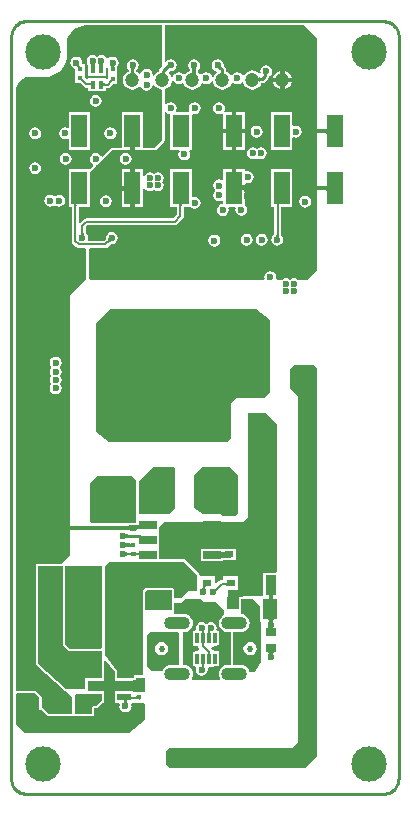
<source format=gtl>
%FSTAX23Y23*%
%MOIN*%
%SFA1B1*%

%IPPOS*%
%ADD13C,0.010000*%
%ADD27R,0.015750X0.027560*%
%ADD28R,0.037400X0.066930*%
%ADD41C,0.047240*%
%ADD64C,0.006690*%
%ADD65R,0.055000X0.090000*%
%ADD66R,0.224020X0.243310*%
%ADD67R,0.055120X0.109650*%
%ADD68R,0.045280X0.023620*%
%ADD69R,0.059060X0.025590*%
%ADD70R,0.044090X0.067720*%
%ADD71R,0.051180X0.070870*%
%ADD72R,0.037400X0.031500*%
%ADD73R,0.027560X0.023620*%
%ADD74R,0.027560X0.039370*%
%ADD75R,0.070870X0.295280*%
%ADD76R,0.120080X0.122050*%
%ADD77R,0.011810X0.034250*%
%ADD78R,0.088580X0.061020*%
%ADD79R,0.046460X0.138580*%
%ADD80R,0.029530X0.037010*%
%ADD81R,0.124020X0.070870*%
%ADD82R,0.039370X0.035430*%
%ADD83R,0.022050X0.020470*%
%ADD84R,0.020470X0.022050*%
%ADD85R,0.017720X0.017720*%
%ADD86R,0.017720X0.017720*%
%ADD87C,0.019680*%
%ADD88C,0.011810*%
%ADD89C,0.006300*%
%ADD90C,0.020470*%
%ADD91O,0.086610X0.043310*%
%ADD92C,0.118110*%
%ADD93C,0.035430*%
%ADD94C,0.023620*%
%ADD95C,0.039370*%
%LNnas-craftsman_nixie_v1-1*%
%LPD*%
G36*
X16829Y02482D02*
X16828Y02482D01*
X16827Y02482*
X16826Y02482*
X16826Y02482*
X16825Y02482*
X16824Y02482*
X16823Y02481*
X16822Y02481*
X16821Y0248*
X1682Y02479*
X16814Y02487*
X16815Y02488*
X1682Y02494*
X16821Y02495*
X16822Y02497*
X16822Y02497*
X16829Y02482*
G37*
G36*
X17002Y02492D02*
X17002Y02491D01*
X17002Y0249*
X17002Y02489*
X17003Y02488*
X17003Y02487*
X17004Y02486*
X17004Y02486*
X17005Y02485*
X17006Y02484*
X16999Y02477*
X16998Y02478*
X16997Y02478*
X16996Y02479*
X16995Y0248*
X16994Y0248*
X16993Y0248*
X16993Y02481*
X16992Y02481*
X16991Y02481*
X1699Y02481*
X17002Y02493*
X17002Y02492*
G37*
G36*
X16813Y02472D02*
X16813Y02468D01*
X16813Y02467*
X16813Y02467*
X16813Y02467*
X16814Y02466*
X16814Y02466*
X16801Y02467*
X16802Y02467*
X16802Y02467*
X16802Y02468*
X16802Y02468*
X16802Y02469*
X16802Y02469*
X16803Y02471*
X16803Y02473*
X16813*
X16813Y02472*
G37*
G36*
X17011Y02475D02*
X17012Y02472D01*
X17012Y0247*
X17012Y02469*
X17013Y02468*
X17013Y02467*
X17014Y02467*
X17014Y02466*
X17015Y02466*
X16997*
X16998Y02466*
X16999Y02467*
X16999Y02467*
X17Y02468*
X17Y02469*
X17001Y0247*
X17001Y02472*
X17001Y02473*
X17001Y02475*
X17001Y02476*
X17011*
X17011Y02475*
G37*
G36*
X16715Y02484D02*
X16714Y02483D01*
X16713Y02483*
X16713Y02482*
X16713Y02481*
X16712Y0248*
X16712Y02479*
X16712Y02478*
X16711Y02477*
X16711Y02476*
X16711Y02476*
X16711Y02475*
X16711Y02473*
X16712Y02472*
X16712Y0247*
X16713Y02469*
X16713Y02468*
X16714Y02467*
X16714Y02466*
X16715Y02466*
X16716Y02465*
X16696*
X16697Y02466*
X16698Y02466*
X16699Y02467*
X16699Y02468*
X167Y02469*
X167Y0247*
X16701Y02472*
X16701Y02473*
X16701Y02475*
X16701Y02476*
X16701Y02477*
X16701Y02478*
X16701Y02479*
X16701Y0248*
X16701Y02481*
X167Y02482*
X167Y02483*
X16699Y02484*
X16699Y02484*
X16698Y02485*
X16715Y02484*
G37*
G36*
X16919Y02484D02*
X16919Y02483D01*
X16918Y02483*
X16918Y02482*
X16917Y02481*
X16917Y0248*
X16916Y02479*
X16916Y02478*
X16916Y02477*
X16916Y02476*
X16916Y02475*
X16916Y02474*
X16916Y02472*
X16916Y0247*
X16917Y02469*
X16917Y02468*
X16917Y02466*
X16918Y02465*
X16919Y02464*
X16919Y02463*
X1692Y02463*
X16901Y02467*
X16902Y02467*
X16903Y02468*
X16903Y02468*
X16904Y02469*
X16905Y0247*
X16905Y02471*
X16905Y02472*
X16906Y02474*
X16906Y02476*
X16906Y02476*
X16906Y02477*
X16906Y02478*
X16906Y02479*
X16905Y0248*
X16905Y02481*
X16905Y02482*
X16904Y02483*
X16904Y02483*
X16903Y02484*
X16903Y02485*
X16919Y02484*
G37*
G36*
X16805Y02489D02*
X16798Y02483D01*
X16796Y02479*
X16795Y02473*
Y02473*
X1679Y02471*
X16784Y02466*
X16779Y0246*
X16778Y02459*
X16774Y0246*
X16774Y02462*
X16772Y0247*
X16768Y02476*
X16762Y02481*
X16754Y02482*
X16746Y02481*
X1674Y02476*
X16735Y0247*
X16735Y02467*
X16729Y02465*
X16729Y02466*
X16722Y02471*
X16719Y02472*
Y02477*
X16721Y02479*
X16726Y02485*
X16727Y02493*
X16726Y02501*
X16721Y02507*
X16715Y02511*
X16707Y02513*
X16699Y02511*
X16693Y02507*
X16688Y02501*
X16687Y02493*
X16688Y02485*
X16693Y02479*
X16693Y02478*
Y02472*
X1669Y02471*
X16684Y02466*
X16679Y0246*
X16676Y02452*
X16674Y02444*
X16676Y02436*
X16679Y02428*
X16684Y02421*
X1669Y02416*
X16698Y02413*
X16706Y02412*
X16714Y02413*
X16722Y02416*
X16729Y02421*
X1673Y02423*
X16735Y02422*
X16735Y02422*
X1674Y02415*
X16746Y02411*
X16754Y02409*
X16762Y02411*
X16768Y02415*
X16772Y02422*
X16774Y02427*
X16778Y02428*
X16779Y02428*
X16784Y02421*
X1679Y02416*
X16798Y02413*
X16805Y02412*
Y02243*
X16779Y02218*
X16741*
Y02336*
X16671*
Y02218*
X16636*
X16607Y02189*
X16601Y02191*
X16598Y02195*
X16591Y022*
X16584Y02201*
X16576Y022*
X1657Y02195*
X16565Y02189*
X16564Y02181*
X16565Y02173*
X1657Y02167*
X16574Y02164*
X16576Y02158*
X16564Y02146*
X16493*
Y02021*
X16504*
Y01907*
X16505Y01902*
X16508Y01899*
X16519Y01887*
X16523Y01885*
X16527Y01884*
X16549*
X16552Y01881*
Y01781*
X16499Y01727*
Y0086*
X16471Y00832*
X16392*
X16389Y00832*
X16387Y00831*
X16384*
Y00825*
X16384Y00824*
X16384Y00499*
X16384Y00499*
X16384Y00499*
X16384Y00498*
Y00497*
X16384Y00497*
X16384Y00496*
X16384Y00496*
X16384Y00496*
X16385Y00494*
X16386Y00493*
X16386Y00493*
X16386Y00493*
X1648Y00408*
X16481Y00407*
X16482Y00407*
X16505Y00386*
Y00332*
X16426*
X16405Y00353*
X16404Y00388*
X16384Y00408*
X16321*
X16317Y00411*
X16317Y02317*
X16318Y02317*
Y0241*
X16318Y02414*
X1632Y02423*
X16323Y02431*
X16328Y02438*
X16335Y02445*
X16342Y02449*
X1635Y02453*
X16359Y02455*
X16363Y02455*
X16423*
X16436Y02458*
X16449Y02463*
X16461Y02471*
X16471Y02481*
X16479Y02492*
X16484Y02505*
X16487Y02519*
Y02526*
Y02565*
X16487Y02571*
X16489Y02582*
X16494Y02593*
X165Y02602*
X16508Y02611*
X16518Y02617*
X16529Y02622*
X1654Y02624*
X16546Y02624*
Y02626*
X16805*
Y02489*
G37*
G36*
X17128Y02454D02*
X17128Y02454D01*
X17129Y02453*
X1713Y02453*
X17131Y02453*
X17132Y02452*
X17133Y02452*
X17134Y02452*
X17138Y02452*
Y02442*
X17136Y02442*
X17134Y02442*
X17133Y02441*
X17132Y02441*
X17131Y02441*
X1713Y0244*
X1713Y0244*
X1713Y02439*
X17129Y02439*
X17127Y02455*
X17128Y02454*
G37*
G36*
X17322Y02585D02*
Y0209D01*
X17321Y01807*
X17288Y01779*
X17258*
X17252Y01783*
X17245Y01784*
X17237Y01783*
X17232Y01779*
X17226Y01783*
X17219Y01784*
X17211Y01783*
X17205Y01779*
X17189*
X17185Y01783*
X17186Y01786*
X17185Y01794*
X1718Y018*
X17174Y01804*
X17166Y01806*
X17158Y01804*
X17152Y018*
X17147Y01794*
X17146Y01786*
X17147Y01783*
X17143Y01779*
X16565*
X1656Y01784*
Y01881*
X16565Y01884*
X16615*
X1662Y01885*
X16623Y01887*
X16634Y01898*
X16637Y01897*
X16645Y01899*
X16651Y01903*
X16656Y0191*
X16657Y01917*
X16656Y01925*
X16651Y01932*
X16645Y01936*
X16637Y01937*
X16629Y01936*
X16623Y01932*
X16619Y01925*
X16617Y01917*
X16618Y01914*
X1661Y01907*
X16561*
X16558Y01912*
X16559Y01917*
X16557Y01925*
X16553Y01932*
X1655Y01933*
Y01955*
X16556Y0196*
X16847*
X16852Y01961*
X16855Y01964*
X16874Y01983*
X16877Y01986*
X16878Y01991*
Y02022*
X16898*
X16899Y02021*
X16906Y02016*
X16913Y02015*
X16921Y02016*
X16928Y02021*
X16932Y02027*
X16934Y02035*
X16932Y02043*
X16928Y02049*
X16921Y02054*
X16913Y02055*
X16908Y02054*
X16903Y02057*
Y02147*
X16832*
Y02022*
X16855*
Y01996*
X16842Y01983*
X16551*
X16547Y01982*
X16543Y0198*
X16532Y01969*
X16527Y01971*
Y02021*
X16564*
Y02138*
X16567Y02139*
X16569Y0214*
X16581Y02152*
X16582Y02153*
X16582Y02154*
X16583Y02154*
X16583Y02155*
X16583Y02156*
X16584Y02157*
X16584Y02158*
X16584Y02158*
X16584Y0216*
X16588Y02162*
X16591Y02163*
X16598Y02167*
X16602Y02173*
X16603Y02177*
X16604Y02178*
X16607Y02181*
X16607Y02181*
X16608Y02181*
X16609Y02182*
X1661Y02182*
X16611Y02182*
X16611Y02182*
X16612Y02183*
X16613Y02184*
X16639Y0221*
X16671*
X16671Y0221*
X16698*
Y02273*
X16714*
Y0221*
X16741*
X16741Y0221*
X16779*
X16782Y02211*
X16785Y02212*
X1681Y02238*
X16812Y0224*
X16813Y02243*
Y02337*
X16818Y02338*
X16819Y02336*
X16825Y02332*
X16832Y02331*
Y02212*
X1686*
X16863Y02207*
X16861Y02204*
X16859Y02196*
X16861Y02189*
X16865Y02182*
X16872Y02178*
X16879Y02176*
X16887Y02178*
X16894Y02182*
X16898Y02189*
X16899Y02196*
X16898Y02204*
X16896Y02207*
X16899Y02212*
X16903*
Y02328*
X16908Y02332*
X16913Y02331*
X16921Y02332*
X16927Y02336*
X16932Y02343*
X16933Y02351*
X16932Y02358*
X16927Y02365*
X16921Y02369*
X16913Y02371*
X16906Y02369*
X16899Y02365*
X16895Y02358*
X16893Y02351*
X16895Y02343*
X16896Y02341*
X16893Y02337*
X16853*
X1685Y02341*
X16852Y02343*
X16853Y02351*
X16852Y02358*
X16847Y02365*
X16841Y02369*
X16833Y02371*
X16825Y02369*
X16819Y02365*
X16818Y02363*
X16813Y02364*
Y02412*
X16813Y02413*
X16814Y02413*
X16822Y02416*
X16829Y02421*
X16834Y02428*
X16837Y02436*
X16838Y0244*
X16843Y02441*
X16846Y02436*
X16853Y02432*
X1686Y0243*
X16868Y02432*
X16871Y02434*
X16877Y02432*
X16879Y02428*
X16884Y02421*
X1689Y02416*
X16898Y02413*
X16906Y02412*
X16914Y02413*
X16922Y02416*
X16929Y02421*
X16934Y02428*
X16935Y02432*
X16942Y02434*
X16945Y02432*
X16952Y0243*
X1696Y02432*
X16967Y02436*
X1697Y02441*
X16975Y0244*
X16976Y02436*
X16979Y02428*
X16984Y02421*
X1699Y02416*
X16998Y02413*
X17006Y02412*
X17014Y02413*
X17022Y02416*
X17029Y02421*
X17034Y02428*
X17037Y02435*
X17041Y02437*
X17042Y02437*
X17042Y02436*
X17048Y02432*
X17056Y0243*
X17064Y02432*
X1707Y02436*
X1707Y02436*
X17075Y02436*
X17076Y02435*
X17079Y02428*
X17084Y02421*
X1709Y02416*
X17098Y02413*
X17106Y02412*
X17114Y02413*
X17122Y02416*
X17129Y02421*
X17134Y02428*
X17136Y02434*
X17138*
X17143Y02435*
X17147Y02438*
X17159Y02449*
X17162Y02453*
X17162Y02456*
X17166Y02459*
X17171Y02465*
X17172Y02473*
X17171Y0248*
X17166Y02487*
X1716Y02491*
X17152Y02493*
X17144Y02491*
X17138Y02487*
X17133Y0248*
X17132Y02473*
X17133Y02469*
X1713Y02467*
X17128Y02467*
X17122Y02471*
X17114Y02474*
X17106Y02476*
X17098Y02474*
X1709Y02471*
X17084Y02466*
X17079Y0246*
X17077Y0246*
X17073Y0246*
X1707Y02465*
X17064Y02469*
X17056Y0247*
X17048Y02469*
X17042Y02465*
X17039Y0246*
X17036Y0246*
X17033Y0246*
X17029Y02466*
X17022Y02471*
X17019Y02472*
Y02476*
X17018Y02481*
X17016Y02486*
X1701Y02492*
X1701Y02493*
X17008Y02501*
X17004Y02507*
X16997Y02511*
X1699Y02513*
X16982Y02511*
X16975Y02507*
X16971Y02501*
X1697Y02493*
X16971Y02485*
X16975Y02479*
X16982Y02474*
X16985Y02474*
X16987Y02468*
X16984Y02466*
X16979Y0246*
X16977Y02455*
X16971Y02455*
X16971Y02458*
X16967Y02465*
X1696Y02469*
X16952Y0247*
X16945Y02469*
X16938Y02465*
X16937Y02463*
X16931Y02463*
X16929Y02466*
X16924Y0247*
Y02477*
X16926Y02479*
X1693Y02485*
X16932Y02493*
X1693Y02501*
X16926Y02507*
X16919Y02511*
X16912Y02513*
X16904Y02511*
X16897Y02507*
X16893Y02501*
X16892Y02493*
X16893Y02485*
X16897Y02479*
X16896Y02474*
X1689Y02471*
X16884Y02466*
X16881Y02463*
X16875Y02463*
X16875Y02465*
X16868Y02469*
X1686Y0247*
X16853Y02469*
X16846Y02465*
X16842Y02458*
X16841Y02455*
X16836Y02454*
X16834Y0246*
X16829Y02466*
X16829Y02472*
X16831Y02473*
X16833Y02473*
X16841Y02474*
X16848Y02479*
X16852Y02485*
X16854Y02493*
X16852Y02501*
X16848Y02507*
X16841Y02511*
X16833Y02513*
X16826Y02511*
X16819Y02507*
X16818Y02505*
X16813Y02506*
Y02626*
X16818*
X17277*
X17322Y02585*
G37*
G36*
X17353Y02261D02*
X17353Y02262D01*
X17353Y02263*
X17352Y02264*
X17351Y02265*
X1735Y02266*
X17349Y02266*
X17347Y02267*
X17346Y02267*
X17344Y02267*
X17341Y02267*
Y02279*
X17344Y02279*
X17346Y02279*
X17347Y0228*
X17349Y0228*
X1735Y0228*
X17351Y02281*
X17352Y02282*
X17353Y02283*
X17353Y02284*
X17353Y02285*
Y02261*
G37*
G36*
Y02071D02*
X17353Y02072D01*
X17353Y02073*
X17352Y02074*
X17351Y02075*
X1735Y02076*
X17349Y02076*
X17347Y02077*
X17346Y02077*
X17344Y02077*
X17341Y02077*
Y02089*
X17344Y02089*
X17346Y02089*
X17347Y0209*
X17349Y0209*
X1735Y02091*
X17351Y02091*
X17352Y02092*
X17353Y02093*
X17353Y02094*
X17353Y02095*
Y02071*
G37*
G36*
X16872Y0203D02*
X16872Y0203D01*
X16871Y02029*
X16871Y02029*
X1687Y02028*
X1687Y02028*
X1687Y02027*
X1687Y02026*
X1687Y02025*
X1687Y02023*
X16863*
X16863Y02025*
X16863Y02026*
X16863Y02027*
X16862Y02028*
X16862Y02028*
X16862Y02029*
X16861Y02029*
X16861Y0203*
X1686Y0203*
X1686Y0203*
X16873*
X16872Y0203*
G37*
G36*
X16522Y02029D02*
X16521Y02028D01*
X16521Y02028*
X1652Y02028*
X1652Y02027*
X1652Y02026*
X16519Y02025*
X16519Y02024*
X16519Y02023*
X16519Y02022*
X16512*
X16512Y02023*
X16512Y02024*
X16512Y02025*
X16512Y02026*
X16512Y02027*
X16511Y02028*
X16511Y02028*
X1651Y02028*
X1651Y02029*
X16509Y02029*
X16522*
X16522Y02029*
G37*
G36*
X16542Y01935D02*
X16542Y01934D01*
X16543Y01933*
X16543Y01932*
X16543Y01931*
X16544Y0193*
X16545Y01929*
X16545Y01928*
X16546Y01927*
X16547Y01926*
X16531*
X16531Y01927*
X16532Y01928*
X16533Y01929*
X16534Y0193*
X16534Y01931*
X16535Y01932*
X16535Y01933*
X16535Y01934*
X16535Y01935*
X16535Y01936*
X16542*
X16542Y01935*
G37*
G36*
X16637Y01906D02*
X16636Y01906D01*
X16634Y01905*
X16633Y01905*
X16632Y01905*
X16631Y01905*
X1663Y01904*
X16629Y01904*
X16628Y01903*
X16627Y01903*
X16626Y01902*
X16622Y01907*
X16622Y01908*
X16623Y01908*
X16624Y01909*
X16624Y0191*
X16624Y01911*
X16625Y01912*
X16625Y01913*
X16625Y01915*
X16625Y01916*
X16625Y01917*
X16637Y01906*
G37*
G36*
X17164Y01645D02*
Y01403D01*
X17148Y01385*
X17054*
X17036Y01367*
Y0125*
X17026Y01239*
X16628*
X16586Y01272*
Y01634*
X16634Y01682*
X17119*
X17164Y01645*
G37*
G36*
X16849Y01149D02*
Y01019D01*
X16827Y00998*
X16732*
X16729Y01001*
X16729Y01002*
X16729Y01108*
X16774Y01153*
X16844*
X16849Y01149*
G37*
G36*
X17057Y01128D02*
Y01002D01*
X17047Y00992*
X17006*
X17Y00998*
X16941*
X16912Y01019*
Y01126*
X16939Y01153*
X17031Y01153*
X17057Y01128*
G37*
G36*
X16703Y01123D02*
X16719Y01107D01*
X16719Y00969*
X16567Y00969*
X16563Y00973*
Y01099*
X16587Y01123*
X16703*
G37*
G36*
X16729Y0096D02*
X1673Y0096D01*
Y00948*
X16727Y00948*
X16725Y00947*
X16724Y00947*
X16722Y00947*
X16721Y00946*
X1672Y00946*
X16719Y00945*
X16718Y00944*
X16718Y00943*
X16718Y00942*
X16718Y00948*
X16717*
Y0096*
X16718Y0096*
X16718Y00961*
X16718Y00961*
X16718Y00961*
X16719Y0096*
X1672Y0096*
X16721Y0096*
X16722Y0096*
X16723Y0096*
X16725Y0096*
X16726Y00961*
X16727Y00962*
X16728Y00962*
X16729Y00963*
X16729Y00964*
X16729Y00965*
X16729Y0096*
G37*
G36*
X16698Y00941D02*
X16698Y00942D01*
X16697Y00943*
X16697Y00944*
X16696Y00944*
X16695Y00945*
X16693Y00945*
X16692Y00946*
X1669Y00946*
X16688Y00946*
X16686Y00946*
Y00958*
X16688Y00958*
X16693Y00959*
X16695Y00959*
X16696Y00959*
X16696Y0096*
X16697Y0096*
X16697Y00961*
X16698Y00961*
X16698Y00941*
G37*
G36*
X16684Y00933D02*
X16684Y00932D01*
X16685Y00932*
X16686Y00931*
X16687Y00931*
X16688Y0093*
X16689Y0093*
X1669Y0093*
X16691Y0093*
X16692Y0093*
Y0092*
X16691Y0092*
X1669Y0092*
X16689Y0092*
X16688Y00919*
X16687Y00919*
X16686Y00919*
X16685Y00918*
X16684Y00918*
X16684Y00917*
X16683Y00917*
Y00933*
X16684Y00933*
G37*
G36*
X16699Y00887D02*
X16699Y00887D01*
X16699Y00888*
X16698Y00889*
X16697Y00889*
X16696Y00889*
X16695Y0089*
X16694Y0089*
X16693Y0089*
X16691Y0089*
X1669Y0089*
X16689Y0089*
X16688Y0089*
X16687Y0089*
X16686Y00889*
X16685Y00889*
X16684Y00888*
X16684Y00888*
X16683Y00887*
X16683Y00904*
X16683Y00903*
X16684Y00902*
X16685Y00902*
X16686Y00902*
X16687Y00901*
X16688Y00901*
X16689Y00901*
X1669Y009*
X16691Y009*
X16694Y00901*
X16695Y00901*
X16696Y00901*
X16697Y00902*
X16698Y00902*
X16699Y00903*
X16699Y00903*
X16699Y00904*
Y00887*
G37*
G36*
X16729Y00858D02*
X16729Y00858D01*
X16729Y00859*
X16728Y0086*
X16728Y0086*
X16727Y0086*
X16727Y00861*
X16726Y00861*
X16725Y00861*
X16724Y00861*
X16723Y00861*
X16722Y00861*
X16721Y00861*
X1672Y00861*
X16719Y00861*
X16718Y0086*
X16717Y0086*
X16717Y0086*
X16717Y00859*
X16716Y00858*
X16716Y00858*
Y00871*
X16716Y00871*
X16717Y0087*
X16717Y0087*
X16717Y00869*
X16718Y00869*
X16719Y00868*
X1672Y00868*
X16721Y00868*
X16722Y00868*
X16723Y00868*
X16724Y00868*
X16725Y00868*
X16726Y00868*
X16727Y00868*
X16727Y00869*
X16728Y00869*
X16728Y0087*
X16729Y0087*
X16729Y00871*
X16729Y00871*
Y00858*
G37*
G36*
X16684Y00872D02*
X16687Y0087D01*
X16688Y0087*
X16689Y00869*
X1669Y00869*
X16691Y00868*
X16692Y00868*
X16693Y00868*
X16693Y00868*
X16694Y00868*
X16695Y00868*
X16696Y00868*
X16697Y00868*
X16697Y00869*
X16698Y00869*
X16698Y0087*
X16699Y0087*
X16699Y00871*
X16699Y00871*
Y00858*
X16699Y00858*
X16699Y00859*
X16698Y0086*
X16698Y0086*
X16697Y0086*
X16697Y00861*
X16696Y00861*
X16695Y00861*
X16694Y00861*
X16693Y00861*
X16692Y00861*
X16691Y00861*
X1669Y0086*
X16689Y0086*
X16689Y00859*
X16688Y00859*
X16687Y00858*
X16686Y00857*
X16685Y00856*
X16683Y00872*
X16684Y00872*
G37*
G36*
X1702Y00757D02*
X1702Y00758D01*
X1702Y00758*
X17019Y00759*
X17019Y00759*
X17018Y00759*
X17018Y0076*
X17017Y0076*
X17016Y0076*
X17015Y0076*
X17014Y0076*
Y00766*
X17015Y00766*
X17016Y00766*
X17017Y00767*
X17018Y00767*
X17018Y00767*
X17019Y00768*
X17019Y00768*
X1702Y00768*
X1702Y00769*
X1702Y0077*
Y00757*
G37*
G36*
X16951Y00756D02*
X1695Y00756D01*
X1695Y00756*
X1695Y00755*
X16949Y00755*
X16949Y00754*
X16949Y00753*
X16949Y00753*
X16949Y00752*
X16949Y00751*
X16949Y00749*
X1695Y00747*
X16951Y00746*
X16952Y00743*
X16936Y00748*
X16938Y00748*
X16938Y00749*
X16939Y0075*
X1694Y00751*
X16941Y00751*
X16941Y00752*
X16942Y00753*
X16942Y00754*
X16942Y00754*
X16942Y00755*
X16942Y00755*
X16942Y00756*
X16942Y00756*
X16941Y00756*
X16941Y00756*
X16952Y00756*
X16951Y00756*
G37*
G36*
X16921Y00795D02*
Y00741D01*
X1689*
X16867Y00718*
X16845*
Y00747*
X16841Y00751*
X16749*
X1674Y0074*
Y0046*
X16711*
Y00454*
X16708Y0045*
X16657Y00451*
X16655Y00475*
X16613Y00528*
Y00824*
X16628Y00839*
X16877*
X16921Y00795*
G37*
G36*
X17174Y00725D02*
X17174Y00722D01*
X17174Y00721*
X17175Y0072*
X17175Y00719*
X17176Y00718*
X17176Y00718*
X17177Y00717*
X17178Y00717*
X17158*
X17159Y00717*
X1716Y00718*
X1716Y00718*
X17161Y00719*
X17161Y0072*
X17161Y00721*
X17162Y00722*
X17162Y00724*
X17162Y00725*
X17162Y00727*
X17174*
X17174Y00725*
G37*
G36*
X17151Y01334D02*
X17187Y01297D01*
X17189Y00806*
X17186Y00802*
X17141*
Y00725*
X17131*
Y00725*
X17075*
X17071Y00721*
X17062*
Y00685*
X17058Y00682*
X17022Y00683*
X17023Y00744*
X17059*
Y00792*
X17008*
Y00778*
X17003*
X16997Y00777*
X16993Y00774*
X16985Y00767*
X1698Y00768*
Y00792*
X16933*
X1693Y00795*
X16929Y00798*
X16927Y008*
X16883Y00845*
X1688Y00846*
X16877Y00847*
X16796*
X16796Y00954*
X16814Y00972*
X17076*
X17092Y00988*
Y01334*
X17151*
G37*
G36*
X16837Y0068D02*
X16833Y00677D01*
X16748*
X16748Y00681*
Y00737*
X16753Y00743*
X16837*
X16837Y0068*
G37*
G36*
X17179Y00647D02*
X17178Y00646D01*
X17177Y00646*
X17176Y00645*
X17175Y00644*
X17175Y00643*
X17174Y00641*
X17174Y00641*
X17174Y0064*
X17175Y00639*
X17175Y00639*
X17175Y00638*
X17176Y00637*
X17176Y00637*
X17174*
X17174Y00635*
X17162*
X17162Y00637*
X1716*
X1716Y00637*
X17161Y00638*
X17161Y00639*
X17161Y00639*
X17161Y0064*
X17162Y00641*
X17161Y00641*
X17161Y00643*
X17161Y00644*
X1716Y00645*
X17159Y00646*
X17158Y00646*
X17157Y00647*
X17156Y00647*
X1718*
X17179Y00647*
G37*
G36*
X17174Y00627D02*
X17174Y00623D01*
X17174Y00622*
X17175Y00621*
X17175Y0062*
X17175Y0062*
X17176*
X17176Y0062*
Y0062*
X17176Y00619*
X17176Y00619*
X17177Y00619*
X17178Y00618*
X17175*
X17175Y00618*
X17175Y00617*
X17174Y00617*
X17174Y00616*
X17174Y00615*
X17174Y00614*
X17174Y00611*
X17162*
X17162Y00612*
X17162Y00615*
X17162Y00616*
X17161Y00617*
X17161Y00617*
X17161Y00618*
X17161Y00618*
X17158*
X17159Y00619*
X17159Y00619*
X1716Y00619*
X1716Y0062*
X1716Y0062*
X1716Y0062*
X17161*
X17161Y0062*
X17161Y00621*
X17161Y00622*
X17162Y00623*
X17162Y00625*
X17162Y00627*
X17162Y00628*
X17174*
X17174Y00627*
G37*
G36*
X16604Y00554D02*
X16599Y00549D01*
X16499*
X16482Y00562*
Y00823*
X16604*
Y00554*
G37*
G36*
X17174Y00538D02*
X17174Y00536D01*
X1718*
X17179Y00536*
X17178Y00536*
X17177Y00535*
X17176Y00534*
X17175Y00533*
X17175Y00532*
X17175Y00532*
X17176Y00531*
X17176Y00531*
X17174*
X17174Y0053*
X17174Y00529*
X17174Y00527*
X17174Y00524*
X17162*
X17162Y00527*
X17162Y00529*
X17161Y0053*
X17161Y00531*
X1716*
X1716Y00531*
X17161Y00532*
X17161Y00532*
X17161Y00533*
X1716Y00534*
X17159Y00535*
X17158Y00536*
X17157Y00536*
X17156Y00536*
X17162*
X17162Y00537*
X17162Y0054*
X17174*
X17174Y00538*
G37*
G36*
X16857Y00603D02*
X16861Y006D01*
Y00494*
X16835*
X16827Y00493*
X1682Y0049*
X16814Y00486*
X16809Y00479*
X16807Y00474*
X1677*
X16756Y00491*
Y00594*
X16765Y00603*
X16857*
G37*
G36*
X17109Y00713D02*
X17131Y00691D01*
Y00639*
X17135*
Y00505*
X17113Y00471*
X17096Y00471*
X17096Y00472*
X17093Y00479*
X17088Y00486*
X17082Y0049*
X17075Y00493*
X17067Y00494*
X17042*
Y00549*
X17042Y0055*
X17042Y00552*
Y00604*
X17067*
X17075Y00605*
X17082Y00608*
X17088Y00613*
X17093Y00619*
X17096Y00626*
X17097Y00634*
X17096Y00641*
X17093Y00649*
X17088Y00655*
X17082Y0066*
X17075Y00663*
X17068Y00663*
Y00681*
X17069Y00682*
X17069Y00682*
X17069Y00682*
X17069Y00683*
X1707Y00685*
X1707Y00685*
X1707Y00685*
Y00709*
X1707Y0071*
X17075Y00713*
X17109*
G37*
G36*
X16941Y00705D02*
X16986D01*
X17012Y00676*
Y00673*
X17012*
Y00661*
X17009Y0066*
X17003Y00655*
X16998Y00649*
X16995Y00641*
X16994Y00634*
X16995Y00626*
X16998Y00619*
X17003Y00613*
X17009Y00608*
X17016Y00605*
X17024Y00604*
X17034*
Y00494*
X17024*
X17016Y00493*
X17009Y0049*
X17003Y00486*
X16998Y00479*
X16995Y00472*
X16994Y00464*
X16995Y00457*
X16998Y0045*
X16998Y00449*
X16996Y00445*
X16906*
X16904Y00449*
X16904Y0045*
X16907Y00457*
X16908Y00464*
X16907Y00472*
X16904Y00479*
X16899Y00486*
X16893Y0049*
X16886Y00493*
X16878Y00494*
X16875*
Y00603*
X16879Y00604*
X16886Y00605*
X16893Y00608*
X16899Y00613*
X16904Y00619*
X16907Y00626*
X16908Y00634*
X16907Y00641*
X16904Y00649*
X16899Y00655*
X16893Y0066*
X16886Y00663*
X16878Y00664*
X16845*
Y00701*
X1687*
X16882Y00713*
X16933*
X16941Y00705*
G37*
G36*
X16474Y00824D02*
Y00558D01*
X16496Y00541*
X16603*
Y0045*
X16549*
Y00414*
X16486*
X16392Y00499*
X16392Y00824*
X16474*
G37*
G36*
X16648Y00472D02*
X16648Y00462D01*
Y00442*
X16709*
Y00443*
X16711Y00443*
X16711Y00443*
X16711*
X16712Y00444*
X16713Y00445*
X16713Y00445*
X16713*
X16717Y00448*
X16717Y00448*
X16717Y00448*
X16718Y00449*
X16719Y00451*
Y00451*
X16719Y00451*
X16719Y00451*
X1674*
X16743Y00452*
X16743Y00452*
X16748Y00451*
X16748Y00448*
Y00406*
X16743Y00403*
X16712*
X16709Y00407*
Y00407*
X16648*
Y00367*
X1666*
X16664Y00362*
X16662Y00357*
X16664Y00349*
X16668Y00342*
X16675Y00338*
X16682Y00337*
X1669Y00338*
X16697Y00342*
X16701Y00349*
X16703Y00357*
X16701Y00362*
X16704Y00367*
X16709*
X16712Y00369*
X16743*
X16745*
X16748Y00365*
Y0031*
X16695Y00268*
X16346*
X16317Y00297*
Y00395*
X16321Y004*
X1638*
X16396Y00384*
X16396Y00373*
Y00343*
X16404*
X1642Y00327*
X16423Y00325*
X16426Y00324*
X16476*
Y00323*
X16515*
X16515Y00323*
X16567*
X1657Y00324*
X16571Y00324*
X16579*
Y00334*
X16579Y00334*
Y00349*
X16579Y0035*
X16585Y0035*
X16585*
X16585*
X16587Y0035*
X16589Y0035*
Y0035*
X16589*
X1659Y00351*
X16591Y00352*
X16606Y00367*
X16611*
Y00375*
X16611Y00375*
Y00399*
X16611Y004*
Y00407*
X16604*
X16603Y00407*
X1656*
X16559Y00408*
X16557Y00412*
X16557Y00414*
Y00442*
X16603*
X16604Y00442*
X16611*
Y00449*
X16611Y0045*
Y00509*
X16616Y00511*
X16648Y00472*
G37*
G36*
X1672Y00389D02*
X16724Y00389D01*
Y00382*
X16724Y00382*
X16724Y00382*
X16723Y00382*
X1672Y00382*
Y00379*
X1672Y00379*
X1672Y0038*
X16719Y0038*
X16719Y00381*
X16718Y00381*
X16717Y00381*
X16717Y00382*
X16716Y00382*
X16714Y00382*
X16713Y00382*
Y00389*
X16714Y00389*
X16716Y00389*
X16717Y00389*
X16717Y00389*
X16718Y00389*
X16719Y0039*
X16719Y0039*
X1672Y00391*
X1672Y00391*
X1672Y00392*
Y00389*
G37*
G36*
X16701Y00391D02*
X16701Y00391D01*
X16702Y0039*
X16702Y0039*
X16703Y00389*
X16704Y00389*
X16705Y00389*
X16706Y00389*
X16707Y00389*
X16708Y00389*
Y00382*
X16707Y00382*
X16706Y00382*
X16705Y00382*
X16704Y00381*
X16703Y00381*
X16702Y00381*
X16702Y0038*
X16701Y0038*
X16701Y00379*
X16701Y00379*
Y00392*
X16701Y00391*
G37*
G36*
X16686Y00379D02*
X16686Y00379D01*
X16686Y00378*
X16686Y00375*
X1669*
X16689Y00375*
X16688Y00375*
X16688Y00375*
X16687Y00374*
X16687Y00374*
X16687Y00373*
X16687Y00372*
X16687Y00372*
X16687Y00371*
X16687Y0037*
X16688Y00369*
X16689Y00368*
X16689Y00367*
X1669Y00366*
X16691Y00365*
X16686Y00365*
X16686Y00361*
X16679*
X16679Y00361*
X16679Y00361*
X1668Y00362*
X1668Y00365*
X16675Y00365*
X16676Y00366*
X16676Y00367*
X16677Y00368*
X16678Y00369*
X16678Y0037*
X16679Y00371*
X16679Y00372*
X16679Y00372*
X16679Y00373*
X16679Y00374*
X16678Y00374*
X16678Y00375*
X16677Y00375*
X16677Y00375*
X16676Y00375*
X16679*
X16679Y00379*
X16686*
X16686Y00379*
G37*
G36*
X16603Y00375D02*
X16585Y00358D01*
X16579Y00358*
X16577*
X16576*
X16571Y00352*
Y00334*
X16567Y00331*
X16515*
Y00394*
X1652Y00399*
X16603*
Y00375*
G37*
G36*
X1732Y0148D02*
Y00192D01*
X17281Y00152*
X16829*
X16818Y00163*
Y00208*
X16827Y00216*
X17238*
X17258Y00237*
X17259Y0139*
X17232Y01413*
Y0148*
X17245Y01493*
X17312*
X1732Y0148*
G37*
%LNnas-craftsman_nixie_v1-2*%
%LPC*%
G36*
X16602Y02527D02*
X16594Y02526D01*
X16588Y02522*
X16583Y02524*
X16581Y02526*
X16573Y02527*
X16566Y02526*
X16559Y02521*
X16555Y02515*
X16553Y02507*
X16555Y02499*
X16558Y02494*
Y02459*
X16617*
Y02485*
X16622Y02488*
X16623Y02487*
Y02449*
X16622Y02449*
X16617Y02451*
X16558*
Y02448*
X16553Y02446*
X16549Y0245*
Y02499*
X16542*
X16539Y02502*
X16538Y02509*
X16533Y02516*
X16527Y0252*
X16519Y02522*
X16511Y0252*
X16505Y02516*
X16501Y02509*
X16499Y02502*
X16501Y02494*
X16505Y02488*
X16511Y02483*
X16515Y02482*
Y02434*
X16533*
X16544Y02422*
X16548Y0242*
X16552Y02419*
X16558*
Y02408*
X16617*
Y02418*
X16624*
X16628Y02419*
X16632Y02421*
X16642Y02432*
X16643Y02432*
X16656*
Y02464*
Y02491*
X16658Y02494*
X1666Y02502*
X16658Y02509*
X16654Y02516*
X16647Y0252*
X1664Y02522*
X16632Y0252*
X16626Y02516*
X16625Y02515*
X1662Y02516*
X16616Y02522*
X1661Y02526*
X16602Y02527*
G37*
G36*
X16584Y02395D02*
X16576Y02393D01*
X1657Y02389*
X16565Y02382*
X16564Y02375*
X16565Y02367*
X1657Y0236*
X16576Y02356*
X16584Y02354*
X16591Y02356*
X16598Y0236*
X16602Y02367*
X16604Y02375*
X16602Y02382*
X16598Y02389*
X16591Y02393*
X16584Y02395*
G37*
G36*
X16564Y02336D02*
X16493D01*
Y02287*
X1649Y02285*
X16488Y02285*
X16481Y02287*
X16473Y02285*
X16467Y02281*
X16463Y02274*
X16461Y02266*
X16463Y02259*
X16467Y02252*
X16473Y02248*
X16481Y02246*
X16488Y02248*
X1649Y02248*
X16493Y02246*
Y0221*
X16564*
Y02336*
G37*
G36*
X16632Y02287D02*
X16625Y02285D01*
X16618Y02281*
X16614Y02274*
X16612Y02266*
X16614Y02259*
X16618Y02252*
X16625Y02248*
X16632Y02246*
X1664Y02248*
X16647Y02252*
X16651Y02259*
X16653Y02266*
X16651Y02274*
X16647Y02281*
X1664Y02285*
X16632Y02287*
G37*
G36*
X16382D02*
X16374Y02285D01*
X16368Y02281*
X16363Y02274*
X16362Y02266*
X16363Y02259*
X16368Y02252*
X16374Y02248*
X16382Y02246*
X16389Y02248*
X16396Y02252*
X164Y02259*
X16402Y02266*
X164Y02274*
X16396Y02281*
X16389Y02285*
X16382Y02287*
G37*
G36*
X16483Y02201D02*
X16475Y022D01*
X16469Y02195*
X16464Y02189*
X16463Y02181*
X16464Y02173*
X16469Y02167*
X16475Y02163*
X16483Y02161*
X1649Y02163*
X16497Y02167*
X16501Y02173*
X16503Y02181*
X16501Y02189*
X16497Y02195*
X1649Y022*
X16483Y02201*
G37*
G36*
X16382Y02171D02*
X16374Y02169D01*
X16368Y02165*
X16363Y02158*
X16362Y02151*
X16363Y02143*
X16368Y02137*
X16374Y02132*
X16382Y02131*
X16389Y02132*
X16396Y02137*
X164Y02143*
X16402Y02151*
X164Y02158*
X16396Y02165*
X16389Y02169*
X16382Y02171*
G37*
G36*
X16461Y02062D02*
X16454Y0206D01*
X1645Y02058*
X16446Y02056*
X16443Y02058*
X16439Y0206*
X16431Y02062*
X16424Y0206*
X16417Y02056*
X16413Y02049*
X16411Y02042*
X16413Y02034*
X16417Y02027*
X16424Y02023*
X16431Y02021*
X16439Y02023*
X16443Y02025*
X16446Y02027*
X1645Y02025*
X16454Y02023*
X16461Y02021*
X16469Y02023*
X16476Y02027*
X1648Y02034*
X16481Y02042*
X1648Y02049*
X16476Y02056*
X16469Y0206*
X16461Y02062*
G37*
G36*
X1645Y01522D02*
X16443Y01521D01*
X16436Y01516*
X16432Y0151*
X1643Y01502*
X16432Y01494*
X16435Y0149*
X16436Y01487*
X16435Y01483*
X16432Y01479*
X1643Y01471*
X16432Y01463*
X16436Y01458*
X16432Y01452*
X1643Y01444*
X16432Y01436*
X16436Y0143*
X16432Y01424*
X1643Y01416*
X16432Y01409*
X16436Y01402*
X16443Y01398*
X1645Y01396*
X16458Y01398*
X16465Y01402*
X16469Y01409*
X1647Y01416*
X16469Y01424*
X16465Y0143*
X16469Y01436*
X1647Y01444*
X16469Y01452*
X16465Y01458*
X16469Y01463*
X1647Y01471*
X16469Y01479*
X16466Y01483*
X16465Y01487*
X16466Y0149*
X16469Y01494*
X1647Y01502*
X16469Y0151*
X16465Y01516*
X16458Y01521*
X1645Y01522*
G37*
G36*
X17214Y02474D02*
Y02452D01*
X17237*
X17237Y02452*
X17234Y0246*
X17229Y02466*
X17222Y02471*
X17214Y02474*
X17214Y02474*
G37*
G36*
X17198D02*
X17198Y02474D01*
X1719Y02471*
X17184Y02466*
X17179Y0246*
X17176Y02452*
X17176Y02452*
X17198*
Y02474*
G37*
G36*
X17237Y02436D02*
X17214D01*
Y02413*
X17214Y02413*
X17222Y02416*
X17229Y02421*
X17234Y02428*
X17237Y02436*
X17237Y02436*
G37*
G36*
X17198D02*
X17176D01*
X17176Y02436*
X17179Y02428*
X17184Y02421*
X1719Y02416*
X17198Y02413*
X17198Y02413*
Y02436*
G37*
G36*
X1708Y02337D02*
X17052D01*
Y02282*
X1708*
Y02337*
G37*
G36*
X16995Y02371D02*
X16987Y02369D01*
X1698Y02365*
X16976Y02358*
X16974Y02351*
X16976Y02343*
X1698Y02336*
X16987Y02332*
X16995Y02331*
X17002Y02332*
X17004Y02333*
X17009Y02331*
Y02282*
X17037*
Y02337*
X17015*
X17012Y02342*
X17013Y02343*
X17015Y02351*
X17013Y02358*
X17009Y02365*
X17002Y02369*
X16995Y02371*
G37*
G36*
X17239Y02336D02*
X17168D01*
Y0221*
X17239*
Y02251*
X17244Y02254*
X1725Y02252*
X17258Y02254*
X17264Y02258*
X17269Y02265*
X1727Y02272*
X17269Y0228*
X17264Y02287*
X17258Y02291*
X1725Y02292*
X17244Y02291*
X17239Y02294*
Y02336*
G37*
G36*
X1712Y02292D02*
X17112Y0229D01*
X17106Y02286*
X17101Y02279*
X171Y02272*
X17101Y02264*
X17106Y02258*
X17112Y02253*
X1712Y02252*
X17127Y02253*
X17134Y02258*
X17138Y02264*
X1714Y02272*
X17138Y02279*
X17134Y02286*
X17127Y0229*
X1712Y02292*
G37*
G36*
X17133Y0222D02*
X17125Y02219D01*
X1712Y02215*
X17115Y02219*
X17107Y0222*
X171Y02219*
X17093Y02214*
X17089Y02208*
X17087Y022*
X17089Y02192*
X17093Y02186*
X171Y02182*
X17107Y0218*
X17115Y02182*
X1712Y02185*
X17125Y02182*
X17133Y0218*
X17141Y02182*
X17147Y02186*
X17152Y02193*
X17153Y022*
X17152Y02208*
X17147Y02214*
X17141Y02219*
X17133Y0222*
G37*
G36*
X1708Y02266D02*
X17052D01*
Y02212*
X1708*
Y02266*
G37*
G36*
X17037D02*
X17009D01*
Y02212*
X17037*
Y02266*
G37*
G36*
X16683Y02201D02*
X16675Y022D01*
X16669Y02195*
X16664Y02189*
X16663Y02181*
X16664Y02173*
X16669Y02167*
X16675Y02163*
X16683Y02161*
X16691Y02163*
X16697Y02167*
X16702Y02173*
X16703Y02181*
X16702Y02189*
X16697Y02195*
X16691Y022*
X16683Y02201*
G37*
G36*
X17037Y02147D02*
X17009D01*
Y02112*
X17005Y0211*
X17003Y02111*
X16995Y02113*
X16988Y02111*
X16981Y02107*
X16977Y021*
X16975Y02092*
X16977Y02085*
X16981Y02078*
Y02074*
X16977Y02068*
X16975Y0206*
X16977Y02052*
X16981Y02046*
X16988Y02041*
X16995Y0204*
X17003Y02041*
X17005Y02042*
X17009Y0204*
Y02033*
X17007Y02031*
X16999Y0203*
X16993Y02025*
X16988Y02019*
X16987Y02011*
X16988Y02003*
X16993Y01997*
X16999Y01992*
X17007Y01991*
X17014Y01992*
X17021Y01997*
X17025Y02003*
X17027Y02011*
X17026Y02017*
X17029Y02022*
X17047*
X1705Y02017*
X17049Y02011*
X17051Y02003*
X17055Y01997*
X17062Y01993*
X17069Y01991*
X17077Y01993*
X17083Y01997*
X17088Y02003*
X17089Y02011*
X17088Y02019*
X17083Y02025*
X1708Y02028*
Y02077*
X17045*
Y02085*
X17037*
Y02147*
G37*
G36*
X1708D02*
X17052D01*
Y02093*
X1708*
Y02099*
X17085Y02102*
X17091Y02101*
X17098Y02102*
X17105Y02107*
X17109Y02113*
X17111Y02121*
X17109Y02129*
X17105Y02135*
X17098Y02139*
X17091Y02141*
X17085Y0214*
X1708Y02143*
Y02147*
G37*
G36*
X16698Y02146D02*
X16671D01*
Y02091*
X16698*
Y02146*
G37*
G36*
X16741D02*
X16714D01*
Y02083*
Y02021*
X16741*
Y02084*
X16743Y02084*
X16746Y02084*
X1675Y02079*
X16757Y02074*
X16765Y02073*
X16772Y02074*
X16777Y02078*
X16783Y02074*
X1679Y02073*
X16798Y02074*
X16805Y02079*
X16809Y02085*
X1681Y02093*
X16809Y02101*
X16806Y02105*
X16809Y02108*
X1681Y02116*
X16809Y02124*
X16805Y0213*
X16798Y02135*
X1679Y02136*
X16783Y02135*
X16777Y02131*
X16772Y02135*
X16765Y02136*
X16757Y02135*
X1675Y0213*
X16746Y02124*
X16743Y02125*
X16741Y02125*
Y02146*
G37*
G36*
X16698Y02075D02*
X16671D01*
Y02021*
X16698*
Y02075*
G37*
G36*
X16617Y0206D02*
X16609Y02058D01*
X16603Y02054*
X16598Y02048*
X16597Y0204*
X16598Y02032*
X16603Y02026*
X16609Y02021*
X16617Y0202*
X16625Y02021*
X16631Y02026*
X16635Y02032*
X16637Y0204*
X16635Y02048*
X16631Y02054*
X16625Y02058*
X16617Y0206*
G37*
G36*
X17281Y02059D02*
X17273Y02058D01*
X17267Y02053*
X17263Y02047*
X17261Y02039*
X17263Y02031*
X17267Y02025*
X17273Y0202*
X17281Y02019*
X17289Y0202*
X17295Y02025*
X173Y02031*
X17301Y02039*
X173Y02047*
X17295Y02053*
X17289Y02058*
X17281Y02059*
G37*
G36*
X17239Y02146D02*
X17168D01*
Y02021*
X17179*
Y01929*
X17174Y01926*
X1717Y01919*
X17168Y01911*
X1717Y01904*
X17174Y01897*
X17181Y01893*
X17188Y01891*
X17196Y01893*
X17202Y01897*
X17207Y01904*
X17208Y01911*
X17207Y01919*
X17202Y01926*
X17202Y01926*
Y02021*
X17239*
Y02146*
G37*
G36*
X17137Y01931D02*
X17129Y0193D01*
X17123Y01926*
X17118Y01919*
X17117Y01911*
X17118Y01904*
X17123Y01897*
X17129Y01893*
X17137Y01891*
X17144Y01893*
X17151Y01897*
X17155Y01904*
X17157Y01911*
X17155Y01919*
X17151Y01926*
X17144Y0193*
X17137Y01931*
G37*
G36*
X17087D02*
X17079Y0193D01*
X17073Y01926*
X17068Y01919*
X17067Y01911*
X17068Y01904*
X17073Y01897*
X17079Y01893*
X17087Y01891*
X17095Y01893*
X17101Y01897*
X17105Y01904*
X17107Y01911*
X17105Y01919*
X17101Y01926*
X17095Y0193*
X17087Y01931*
G37*
G36*
X16979Y01929D02*
X16972Y01927D01*
X16965Y01923*
X16961Y01917*
X16959Y01909*
X16961Y01901*
X16965Y01895*
X16972Y0189*
X16979Y01889*
X16987Y0189*
X16993Y01895*
X16998Y01901*
X16999Y01909*
X16998Y01917*
X16993Y01923*
X16987Y01927*
X16979Y01929*
G37*
G36*
X1705Y00882D02*
X17014D01*
Y0088*
X17008*
Y00881*
X16934*
Y0084*
X17008*
Y00844*
X17014*
Y00844*
X1705*
Y00882*
G37*
G36*
X16803Y00572D02*
X16795Y0057D01*
X16787Y00565*
X16782Y00558*
X16781Y00549*
X16782Y00541*
X16787Y00533*
X16795Y00528*
X16803Y00527*
X16812Y00528*
X16819Y00533*
X16824Y00541*
X16826Y00549*
X16824Y00558*
X16819Y00565*
X16812Y0057*
X16803Y00572*
G37*
G36*
X17098D02*
X1709Y0057D01*
X17083Y00565*
X17078Y00558*
X17076Y00549*
X17078Y00541*
X17083Y00533*
X1709Y00528*
X17098Y00527*
X17107Y00528*
X17114Y00533*
X17119Y00541*
X17121Y00549*
X17119Y00558*
X17114Y00565*
X17107Y0057*
X17098Y00572*
G37*
G36*
X16967Y00638D02*
X1696Y00636D01*
X16953Y00632*
X16951*
X16945Y00636*
X16937Y00638*
X16929Y00636*
X16923Y00632*
X16918Y00625*
X16917Y00618*
X16918Y00613*
X16914Y00608*
X16907*
Y00558*
X16923*
Y00554*
X16926*
X16927Y0055*
X16928Y00549*
X16925Y00544*
X16923*
Y0054*
X16907*
Y0049*
X16915*
X16918Y00485*
X16917Y00479*
X16918Y00471*
X16923Y00465*
X16929Y0046*
X16937Y00459*
X16945Y0046*
X16951Y00465*
X16955Y00471*
X16957Y00479*
X16957Y00481*
X1696Y00486*
X16978*
Y0049*
X16994*
Y0054*
X16978*
Y00544*
X16973*
X16971Y00548*
X16969Y0055*
X16971Y00554*
X16978*
Y00558*
X16994*
Y00608*
X1699*
X16986Y00613*
X16987Y00618*
X16986Y00625*
X16981Y00632*
X16975Y00636*
X16967Y00638*
G37*
%LNnas-craftsman_nixie_v1-3*%
%LPD*%
G36*
X16605Y025D02*
X16605Y02499D01*
X1661Y02499*
X16609Y02498*
X16608Y02497*
X16607Y02496*
X16607Y02495*
X16607Y02495*
X16607Y02494*
X16608Y02494*
X16608Y02494*
X16606*
X16606Y02494*
X16606Y02493*
X16605Y02492*
X16605Y02491*
X16605Y0249*
X16605Y02489*
X16598Y02489*
X16598Y0249*
X16598Y02491*
X16598Y02492*
X16597Y02493*
X16597Y02494*
X16595*
X16596Y02494*
X16596Y02494*
X16597Y02495*
X16597Y02495*
X16597Y02495*
X16596Y02496*
X16595Y02497*
X16594Y02498*
X16593Y02499*
X16598Y02499*
X16598Y025*
X16598Y02501*
X16605*
X16605Y025*
G37*
G36*
X16577D02*
X16577Y02499D01*
X16582Y02499*
X16581Y02498*
X1658Y02496*
X16579Y02495*
X16579Y02495*
X16579Y02495*
X1658Y02494*
X1658Y02494*
X16581Y02494*
X16579*
X16579Y02494*
X16578Y02493*
X16578Y02492*
X16578Y02491*
X16577Y0249*
X16577Y02489*
X16571Y02488*
X16571Y02489*
X1657Y0249*
X1657Y02491*
X1657Y02492*
X16569Y02493*
X16569Y02494*
X16567*
X16568Y02494*
X16569Y02494*
X16569Y02495*
X16568Y02495*
X16567Y02496*
X16567Y02497*
X16566Y02498*
X16571Y02498*
X16571Y02499*
X16571Y025*
X16571Y02501*
X16577*
X16577Y025*
G37*
G36*
X16525Y02496D02*
X16529Y02492D01*
X16531Y02492*
X16532Y02491*
X16533Y02491*
X16534Y0249*
X16534Y02491*
X16535Y02491*
X16523Y02483*
X16524Y02484*
X16524Y02484*
X16524Y02485*
X16524Y02486*
X16524Y02487*
X16523Y02488*
X16522Y02489*
X16521Y0249*
X16519Y02493*
X16523Y02498*
X16525Y02496*
G37*
G36*
X16643Y02495D02*
X16643Y02493D01*
X16643Y02493*
X16648*
X16647Y02492*
X16646Y02491*
X16645Y0249*
X16645Y0249*
X16645Y02489*
X16646Y02489*
X16646Y02489*
X16645*
X16644Y02488*
X16644Y02487*
X16644Y02486*
X16643Y02485*
X16643Y02484*
X16643Y02483*
X16636*
X16636Y02484*
X16636Y02485*
X16636Y02486*
X16636Y02487*
X16635Y02488*
X16635Y02489*
X16633*
X16634Y02489*
X16634Y02489*
X16634Y0249*
X16634Y0249*
X16633Y02491*
X16632Y02492*
X16631Y02493*
X16636*
X16636Y02493*
X16636Y02495*
X16636Y02496*
X16643*
X16643Y02495*
G37*
G36*
X1654Y02451D02*
X1654Y0245D01*
X1654Y02449*
X1654Y02449*
X16541Y02448*
X16541Y02447*
X16542Y02446*
X16543Y02444*
X16546Y02442*
X16541Y02437*
X16539Y02438*
X16537Y02441*
X16536Y02441*
X16535Y02442*
X16534Y02442*
X16533Y02442*
X16532Y02442*
X16532Y02442*
X16531Y02442*
X16541Y02451*
X1654Y02451*
G37*
G36*
X16566Y02424D02*
X16566Y02424D01*
X16566Y02425*
X16566Y02425*
X16565Y02426*
X16565Y02426*
X16564Y02427*
X16563Y02427*
X16562Y02427*
X16561Y02427*
X1656Y02427*
Y02434*
X16561Y02434*
X16562Y02434*
X16563Y02434*
X16564Y02434*
X16565Y02435*
X16565Y02435*
X16566Y02435*
X16566Y02436*
X16566Y02436*
X16566Y02437*
Y02424*
G37*
G36*
X16609Y02435D02*
X1661Y02435D01*
X1661Y02434*
X1661Y02434*
X16611Y02434*
X16612Y02433*
X16613Y02433*
X16614Y02433*
X16615Y02433*
X16616Y02433*
Y02426*
X16615Y02426*
X16614Y02426*
X16613Y02426*
X16612Y02426*
X16611Y02425*
X1661Y02425*
X1661Y02424*
X1661Y02424*
X16609Y02423*
X16609Y02423*
Y02436*
X16609Y02435*
G37*
G36*
X17197Y02029D02*
X17196Y02028D01*
X17196Y02028*
X17195Y02028*
X17195Y02027*
X17195Y02026*
X17194Y02025*
X17194Y02024*
X17194Y02023*
X17194Y02022*
X17187*
X17187Y02023*
X17187Y02024*
X17187Y02025*
X17187Y02026*
X17186Y02027*
X17186Y02028*
X17186Y02028*
X17185Y02028*
X17185Y02029*
X17184Y02029*
X17197*
X17197Y02029*
G37*
G36*
X17194Y01929D02*
X17194Y01928D01*
X17194Y01927*
X17194Y01926*
X17195Y01925*
X17195Y01924*
X17195Y01923*
X17196Y01921*
X17197Y01919*
X17198Y01918*
X17182Y01921*
X17183Y01922*
X17184Y01923*
X17185Y01924*
X17185Y01924*
X17186Y01925*
X17186Y01926*
X17187Y01927*
X17187Y01928*
X17187Y01929*
X17187Y0193*
X17194Y01929*
G37*
G36*
X17022Y00852D02*
X17022Y00852D01*
X17021Y00852*
X17019Y00852*
X17015Y00852*
X17007Y00851*
X17005Y00851*
X17003Y00851*
X17002Y0085*
X17001Y00849*
X17001Y00849*
X17Y00848*
Y00873*
X17001Y00873*
X17001Y00873*
X17002Y00872*
X17003Y00872*
X17007Y00872*
X17009Y00872*
X1702Y00873*
X17021Y00873*
X17022Y00873*
X17022Y00874*
Y00852*
G37*
G54D13*
X17109Y02446D02*
X17109Y02447D01*
X17138*
X17149Y02458*
Y0247*
X17152Y02473*
X1683Y0249D02*
X16833Y02493D01*
X16808Y02473D02*
X16824Y0249D01*
X16808Y02445D02*
Y02473D01*
X16824Y0249D02*
X1683D01*
X16806Y02444D02*
X16808Y02445D01*
X16906Y02444D02*
X16911Y02448D01*
Y02492D02*
X16912Y02493D01*
X16911Y02448D02*
Y02492D01*
X17006Y02444D02*
Y02476D01*
X1699Y02493D02*
X17006Y02476D01*
X16742Y00911D02*
X16758D01*
X16734Y00918D02*
X16742Y00911D01*
X16675Y00925D02*
X16728D01*
X16734Y00918D02*
Y00919D01*
X16728Y00925D02*
X16734Y00919D01*
X16706Y0244D02*
Y02495D01*
X16707Y02496*
X16675Y00895D02*
X16702D01*
X16682Y00357D02*
X16683Y00357D01*
X16679Y00387D02*
X16683Y00383D01*
X16728Y00385D02*
X16729Y00386D01*
X17543Y00065D02*
D01*
X17546Y00065*
X17549Y00065*
X17553Y00066*
X17556Y00066*
X1756Y00068*
X17563Y00069*
X17566Y0007*
X17569Y00072*
X17572Y00074*
X17575Y00076*
X17577Y00079*
X1758Y00081*
X17582Y00084*
X17584Y00087*
X17586Y0009*
X17587Y00093*
X17589Y00096*
X1759Y00099*
X17591Y00102*
X17592Y00106*
X17592Y00109*
X17592Y00113*
X17593Y00115*
X17593Y0259D02*
D01*
X17593Y02594*
X17592Y02597*
X17592Y02601*
X17591Y02604*
X1759Y02607*
X17588Y02611*
X17587Y02614*
X17585Y02617*
X17583Y0262*
X17581Y02622*
X17579Y02625*
X17576Y02627*
X17574Y0263*
X17571Y02632*
X17568Y02634*
X17565Y02635*
X17562Y02637*
X17558Y02638*
X17555Y02639*
X17552Y02639*
X17548Y0264*
X17545Y0264*
X17543Y0264*
X16352Y0264D02*
D01*
X16349Y0264*
X16345Y0264*
X16342Y02639*
X16338Y02638*
X16335Y02637*
X16332Y02636*
X16329Y02634*
X16326Y02632*
X16323Y02631*
X1632Y02628*
X16317Y02626*
X16315Y02624*
X16313Y02621*
X16311Y02618*
X16309Y02615*
X16307Y02612*
X16306Y02609*
X16305Y02606*
X16304Y02602*
X16303Y02599*
X16302Y02595*
X16302Y02592*
X16302Y0259*
X16302Y00114D02*
D01*
X16302Y00111*
X16302Y00107*
X16303Y00104*
X16304Y00101*
X16305Y00097*
X16306Y00094*
X16308Y00091*
X16309Y00088*
X16311Y00085*
X16313Y00082*
X16316Y0008*
X16318Y00077*
X16321Y00075*
X16324Y00073*
X16327Y00071*
X1633Y00069*
X16333Y00068*
X16336Y00067*
X1634Y00066*
X16343Y00065*
X16347Y00065*
X1635Y00064*
X16352Y00064*
X17593Y00115D02*
Y02591D01*
X16352Y02641D02*
X17546D01*
X16302Y00114D02*
Y0259D01*
X16345Y00065D02*
X17543D01*
G54D27*
X16574Y02429D03*
Y02481D03*
X16602D03*
Y02429D03*
G54D28*
X17169Y00841D03*
X17279D03*
X17168Y00761D03*
X17278D03*
G54D41*
X17106Y02444D03*
X16806D03*
X16706D03*
X17206D03*
X16906D03*
X17006D03*
G54D64*
X17313Y02274D02*
D01*
X17313Y02274*
X17313Y02274*
X17313Y02274*
X17313Y02274*
X17313Y02274*
X17313Y02274*
X17313Y02274*
X17313Y02274*
X17313Y02274*
X17313Y02273*
X17313Y02273*
X17313Y02273*
X17313Y02273*
X17314Y02273*
X17314Y02273*
X17314Y02273*
X17314Y02273*
X17314Y02273*
X17314Y02273*
X17314Y02273*
X17314Y02273*
X17314Y02273*
X17314*
X16602Y02481D02*
Y02507D01*
X16527Y02488D02*
X16532Y02482D01*
X16527Y02488D02*
Y0249D01*
X16519Y02497D02*
X16527Y0249D01*
X16519Y02497D02*
Y02502D01*
X1664Y02501D02*
Y02503D01*
Y0248D02*
Y02501D01*
X17106Y02444D02*
X17109Y02446D01*
X16574Y02481D02*
Y0251D01*
X16681Y00865D02*
X16759D01*
X16527Y01896D02*
X16615D01*
X16516Y01907D02*
X16527Y01896D01*
X16516Y01907D02*
Y0207D01*
X16615Y01896D02*
X16637Y01917D01*
X17191Y01918D02*
Y0207D01*
X1664Y02503D02*
X1664Y02504D01*
X16634Y02443D02*
X1664Y02449D01*
X16634Y0244D02*
Y02443D01*
X16624Y02429D02*
X16634Y0244D01*
X16602Y02429D02*
X16624D01*
X16573Y0243D02*
X16574Y02429D01*
X16552Y0243D02*
X16573D01*
X16532Y02451D02*
X16552Y0243D01*
X1719Y01917D02*
X17191Y01918D01*
Y0207D02*
X17203Y02083D01*
X17297Y02076D02*
X17304Y02083D01*
X16539Y01959D02*
X16551Y01972D01*
X16847*
X16866Y01991*
Y02083*
X16539Y01917D02*
Y01959D01*
X16683Y00357D02*
Y00383D01*
X16693Y00385D02*
X16728D01*
G54D65*
X16818Y01107D03*
X16998D03*
G54D66*
X16908Y0136D03*
G54D67*
X17045Y02085D03*
Y02274D03*
X16867Y02085D03*
Y02274D03*
X17381Y02083D03*
Y02273D03*
X17203Y02083D03*
Y02273D03*
X16706Y02083D03*
Y02273D03*
X16529Y02083D03*
Y02273D03*
G54D68*
X16679Y00462D03*
Y00387D03*
X1658D03*
Y00425D03*
Y00462D03*
G54D69*
X16758Y01011D03*
Y00961D03*
Y00911D03*
Y00861D03*
X16971D03*
Y00911D03*
Y00961D03*
Y01011D03*
G54D70*
X16521Y00448D03*
X16358D03*
G54D71*
X17164Y00682D03*
X17286D03*
G54D72*
X17168Y00552D03*
Y00603D03*
X17028Y00957D03*
Y01008D03*
G54D73*
X16955Y00693D03*
Y00768D03*
X17034D03*
G54D74*
X17034Y00701D03*
G54D75*
X16427Y00675D03*
X16648D03*
G54D76*
X16657Y01331D03*
X16417D03*
G54D77*
X16843Y00583D03*
X17059D03*
X16941D03*
X16961D03*
X16921D03*
X16902D03*
X1698D03*
X17D03*
X16843Y00515D03*
X17059D03*
X16941D03*
X16961D03*
X16921D03*
X16902D03*
X1698D03*
X17D03*
G54D78*
X17117Y01445D03*
X17275D03*
G54D79*
X17282Y0111D03*
X17115D03*
X17283Y01265D03*
X17116D03*
X17282Y0096D03*
X17115D03*
G54D80*
X16419Y0037D03*
X16364D03*
G54D81*
X16424Y01008D03*
X16625D03*
G54D82*
X16902Y00696D03*
Y00759D03*
X17089Y00696D03*
Y00759D03*
G54D83*
X16826Y00728D03*
X16856D03*
Y00691D03*
X16826D03*
X16495Y00341D03*
X16526D03*
G54D84*
X16729Y00471D03*
Y00441D03*
X16708Y0095D03*
Y00981D03*
X17032Y00863D03*
Y00893D03*
G54D85*
X16495Y00376D03*
X16526D03*
X16562Y00341D03*
X16593D03*
G54D86*
X16729Y00386D03*
Y00417D03*
X16708Y00895D03*
Y00864D03*
X1664Y02449D03*
Y0248D03*
X16532Y02451D03*
Y02482D03*
G54D87*
X16972Y00862D02*
X17032D01*
X16971Y00861D02*
X16972Y00862D01*
X17032Y00862D02*
Y00863D01*
X17032Y00862D02*
X17032Y00862D01*
G54D88*
X17168Y00628D02*
Y00727D01*
Y00522D02*
Y00552D01*
X17168Y00727D02*
X17168Y00727D01*
X17168Y00727D02*
Y00761D01*
X16708Y0095D02*
X16711Y00954D01*
X16751*
X16758Y00961*
X16452Y00991D02*
X1649Y00952D01*
X16706D02*
X16708Y0095D01*
X1649Y00952D02*
X16706D01*
X17168Y00607D02*
Y00628D01*
Y00607D02*
X17169Y00606D01*
X17314Y02273D02*
X17381D01*
X17304Y02083D02*
X17381D01*
G54D89*
X16954Y00768D02*
X16955D01*
X16942Y00737D02*
Y00741D01*
X16945Y00759D02*
X16954Y00768D01*
X16945Y00744D02*
Y00759D01*
X16942Y00741D02*
X16945Y00744D01*
X16941Y00583D02*
Y00616D01*
Y00486D02*
Y00515D01*
X16937Y00479D02*
Y00482D01*
X16941Y00486*
Y00556D02*
Y00583D01*
Y00556D02*
X1696Y00537D01*
X16962Y00609D02*
X16965Y00613D01*
X16962Y00584D02*
Y00609D01*
X16965Y00613D02*
Y00616D01*
X16939Y00617D02*
X16941Y00616D01*
X1696Y00516D02*
Y00537D01*
Y00516D02*
X16961Y00515D01*
X17029Y00763D02*
X17034Y00768D01*
X17003Y00763D02*
X17029D01*
X16977Y00736D02*
X17003Y00763D01*
G54D90*
X16803Y00549D03*
X17098D03*
G54D91*
X16856Y00634D03*
Y00464D03*
X17045Y00634D03*
Y00464D03*
G54D92*
X16408Y00165D03*
X17496Y00165D03*
X17496Y02537D03*
X16408Y02537D03*
G54D93*
X1663Y00309D03*
Y00463D03*
Y00348D03*
Y00385D03*
Y00423D03*
G54D94*
X16519Y02502D03*
X17152Y02473D03*
X1691Y00196D03*
X16754Y02429D03*
X16833Y02493D03*
X1686Y0245D03*
X16754Y02462D03*
X16707Y02493D03*
X1715Y02347D03*
X1725Y02272D03*
X16833Y02351D03*
X16952Y0245D03*
X1699Y02493D03*
X16912D03*
X16913Y02351D03*
X16995D03*
X17056Y0245D03*
X16683Y02181D03*
X16584D03*
X16431Y02042D03*
X16584Y02375D03*
X16483Y02181D03*
X16601Y01085D03*
X16649D03*
X16601Y01059D03*
X16626D03*
X1665D03*
X16626Y01085D03*
X17166Y01786D03*
X17137Y01911D03*
X1645Y01502D03*
Y01416D03*
Y01444D03*
X17087Y01911D03*
X1645Y01471D03*
X16637Y01917D03*
X16539D03*
X16979Y01909D03*
X17168Y00522D03*
X171Y00867D03*
X17078Y00867D03*
Y00842D03*
X171Y00841D03*
X171Y00815D03*
X17078Y00816D03*
Y0079D03*
X171Y0079D03*
X16353Y00337D03*
X16376D03*
X16334Y00381D03*
Y00358D03*
X16768Y00701D03*
Y00726D03*
X16793Y00726D03*
Y00701D03*
X16833Y00878D03*
X16855Y00951D03*
Y00926D03*
Y00903D03*
Y00878D03*
X16833Y00952D03*
Y00927D03*
Y00903D03*
X16901Y00878D03*
X1688Y00879D03*
Y00904D03*
Y00927D03*
Y00952D03*
X16901Y00904D03*
Y00927D03*
Y00952D03*
X16675Y00925D03*
X17007Y02011D03*
X16913Y02035D03*
X17069Y02011D03*
X17087Y01829D03*
X17061D03*
X17038D03*
X17087Y01802D03*
X17061Y01802D03*
X17038D03*
X17188Y01911D03*
X17022Y0055D03*
X16998Y0055D03*
X1699Y00669D03*
X16905Y00666D03*
X16823Y00826D03*
X17281Y02039D03*
X17091Y02121D03*
X16995Y0206D03*
X17177Y02163D03*
X17204D03*
X17232Y02163D03*
X1715Y02324D03*
X16879Y02196D03*
X16573Y02507D03*
X16602Y02507D03*
X17168Y00628D03*
X1664Y02502D03*
X17022Y02176D03*
X16942Y00737D03*
X16937Y00618D03*
X16995Y02092D03*
X16976Y00737D03*
X16967Y00618D03*
X16937Y00479D03*
X17089Y02082D03*
X17276Y01917D03*
X17089Y02056D03*
X16954Y02128D03*
X17133Y022D03*
X17107Y022D03*
X1712Y02272D03*
X173Y01917D03*
X16617Y0204D03*
X1715Y02372D03*
X16632Y02266D03*
X16481D03*
X16382Y02151D03*
Y02266D03*
X16757Y02257D03*
Y0228D03*
X16783Y02257D03*
Y02281D03*
X16461Y02042D03*
X1679Y02116D03*
Y02093D03*
X16765Y02116D03*
Y02093D03*
X17219Y01741D03*
Y01764D03*
X17245Y01741D03*
Y01764D03*
X16823Y00777D03*
Y008D03*
X16849Y00777D03*
Y008D03*
Y00826D03*
X17087Y00511D03*
X17111D03*
X17086Y00586D03*
X17111D03*
X16796Y00586D03*
X1682D03*
X16917Y00643D03*
X16984Y00644D03*
X16886Y0055D03*
X16908Y00549D03*
X1699Y00172D03*
Y00198D03*
X16909Y0017D03*
X16834Y00196D03*
X16834Y00171D03*
X16823Y00514D03*
X16799D03*
X16675Y00895D03*
X16682Y00357D03*
X16676Y00863D03*
G54D95*
X16543Y00622D03*
Y00707D03*
Y00751D03*
Y00579D03*
Y00664D03*
Y00795D03*
X16502Y00622D03*
X16582D03*
X16502Y00707D03*
X16582D03*
X16502Y00751D03*
X16582D03*
X16502Y00579D03*
X16582D03*
X16502Y00664D03*
X16582D03*
X16502Y00795D03*
X16582D03*
M02*
</source>
